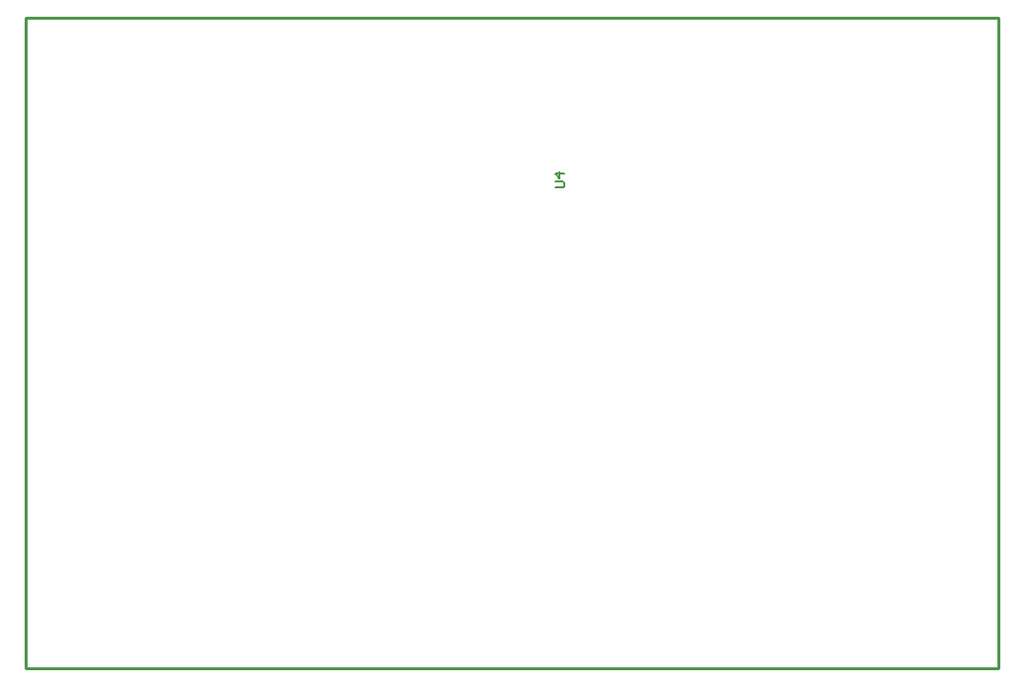
<source format=gm1>
G04*
G04 #@! TF.GenerationSoftware,Altium Limited,Altium Designer,19.1.8 (144)*
G04*
G04 Layer_Color=16711935*
%FSLAX25Y25*%
%MOIN*%
G70*
G01*
G75*
%ADD12C,0.01000*%
%ADD14C,0.00600*%
D12*
X359500Y137500D02*
X688000D01*
X688000Y357500D02*
X688000Y137500D01*
X359500Y357500D02*
X688000D01*
X359500Y137500D02*
X359500Y357500D01*
D14*
X538301Y300000D02*
X540967D01*
X541500Y300533D01*
Y301600D01*
X540967Y302133D01*
X538301D01*
X541500Y304799D02*
X538301D01*
X539900Y303199D01*
Y305332D01*
M02*

</source>
